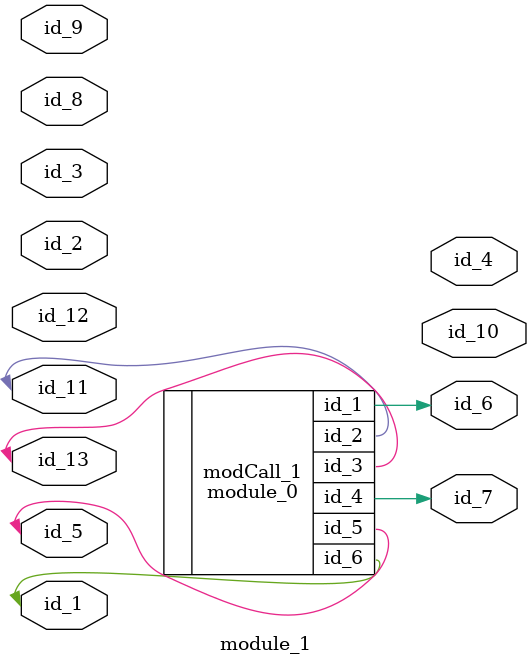
<source format=v>
module module_0 (
    id_1,
    id_2,
    id_3,
    id_4,
    id_5,
    id_6
);
  inout wire id_6;
  output wire id_5;
  output wire id_4;
  inout wire id_3;
  inout wire id_2;
  output wire id_1;
  wire id_7;
endmodule
module module_1 (
    id_1,
    id_2,
    id_3,
    id_4,
    id_5,
    id_6,
    id_7,
    id_8,
    id_9,
    id_10,
    id_11,
    id_12,
    id_13
);
  inout wire id_13;
  input wire id_12;
  inout wire id_11;
  output wire id_10;
  input wire id_9;
  input wire id_8;
  output wire id_7;
  output wire id_6;
  inout wire id_5;
  output wire id_4;
  input wire id_3;
  input wire id_2;
  inout wire id_1;
  wire id_14;
  module_0 modCall_1 (
      id_6,
      id_11,
      id_13,
      id_7,
      id_5,
      id_1
  );
endmodule

</source>
